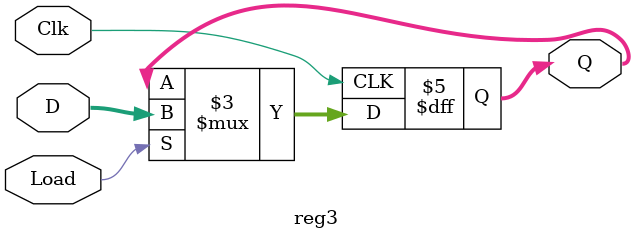
<source format=sv>
module reg3 (
  input logic Clk, Load,
  input logic [2:0] D,
  output logic [2:0] Q
  );

    always_ff @ (posedge Clk) begin
        if (Load)
          Q <= D;
        else
          Q <= Q;
    end

endmodule

</source>
